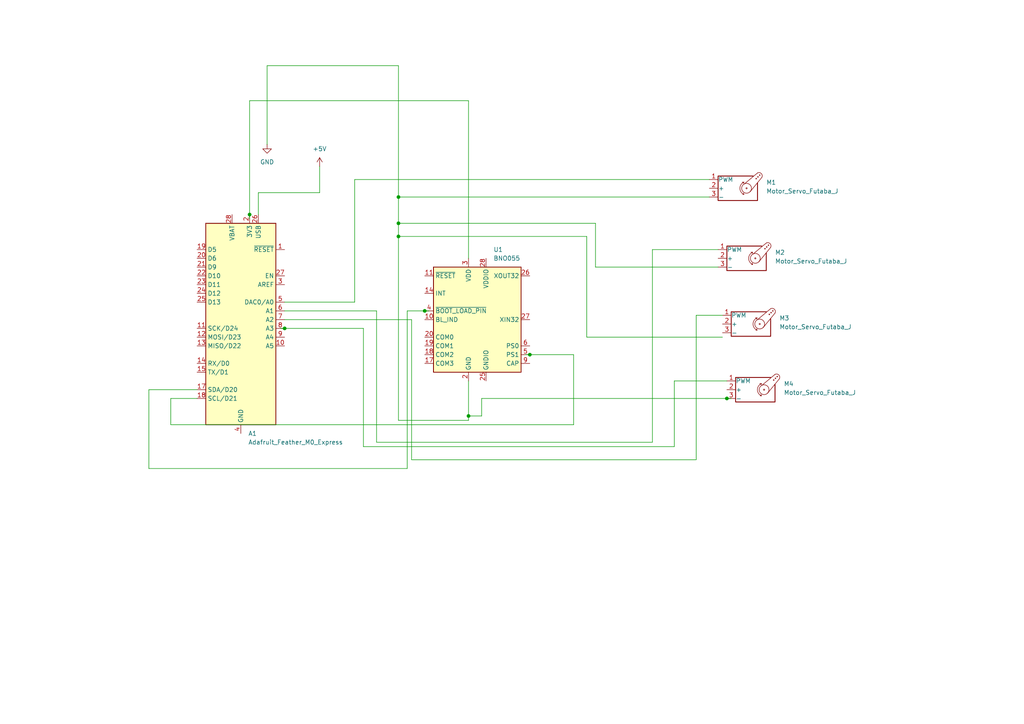
<source format=kicad_sch>
(kicad_sch
	(version 20250114)
	(generator "eeschema")
	(generator_version "9.0")
	(uuid "551bdd97-ce64-410d-b340-a94190e5a066")
	(paper "A4")
	(lib_symbols
		(symbol "MCU_Module:Adafruit_Feather_M0_Express"
			(exclude_from_sim no)
			(in_bom yes)
			(on_board yes)
			(property "Reference" "A"
				(at -10.16 29.21 0)
				(effects
					(font
						(size 1.27 1.27)
					)
					(justify left)
				)
			)
			(property "Value" "Adafruit_Feather_M0_Express"
				(at 2.54 -31.75 0)
				(effects
					(font
						(size 1.27 1.27)
					)
					(justify left)
				)
			)
			(property "Footprint" "Module:Adafruit_Feather"
				(at 2.54 -34.29 0)
				(effects
					(font
						(size 1.27 1.27)
					)
					(justify left)
					(hide yes)
				)
			)
			(property "Datasheet" "https://cdn-learn.adafruit.com/downloads/pdf/adafruit-feather-m0-express-designed-for-circuit-python-circuitpython.pdf"
				(at 0 -30.48 0)
				(effects
					(font
						(size 1.27 1.27)
					)
					(hide yes)
				)
			)
			(property "Description" "Microcontroller module with SAMD21 Cortex-M0 MCU and SPI Flash"
				(at 0 0 0)
				(effects
					(font
						(size 1.27 1.27)
					)
					(hide yes)
				)
			)
			(property "ki_keywords" "Adafruit feather microcontroller module USB SPI Flash CircuitPython"
				(at 0 0 0)
				(effects
					(font
						(size 1.27 1.27)
					)
					(hide yes)
				)
			)
			(property "ki_fp_filters" "Adafruit*Feather*"
				(at 0 0 0)
				(effects
					(font
						(size 1.27 1.27)
					)
					(hide yes)
				)
			)
			(symbol "Adafruit_Feather_M0_Express_0_1"
				(rectangle
					(start -10.16 27.94)
					(end 10.16 -30.48)
					(stroke
						(width 0.254)
						(type default)
					)
					(fill
						(type background)
					)
				)
			)
			(symbol "Adafruit_Feather_M0_Express_1_1"
				(pin bidirectional line
					(at -12.7 20.32 0)
					(length 2.54)
					(name "D5"
						(effects
							(font
								(size 1.27 1.27)
							)
						)
					)
					(number "19"
						(effects
							(font
								(size 1.27 1.27)
							)
						)
					)
				)
				(pin bidirectional line
					(at -12.7 17.78 0)
					(length 2.54)
					(name "D6"
						(effects
							(font
								(size 1.27 1.27)
							)
						)
					)
					(number "20"
						(effects
							(font
								(size 1.27 1.27)
							)
						)
					)
				)
				(pin bidirectional line
					(at -12.7 15.24 0)
					(length 2.54)
					(name "D9"
						(effects
							(font
								(size 1.27 1.27)
							)
						)
					)
					(number "21"
						(effects
							(font
								(size 1.27 1.27)
							)
						)
					)
				)
				(pin bidirectional line
					(at -12.7 12.7 0)
					(length 2.54)
					(name "D10"
						(effects
							(font
								(size 1.27 1.27)
							)
						)
					)
					(number "22"
						(effects
							(font
								(size 1.27 1.27)
							)
						)
					)
				)
				(pin bidirectional line
					(at -12.7 10.16 0)
					(length 2.54)
					(name "D11"
						(effects
							(font
								(size 1.27 1.27)
							)
						)
					)
					(number "23"
						(effects
							(font
								(size 1.27 1.27)
							)
						)
					)
				)
				(pin bidirectional line
					(at -12.7 7.62 0)
					(length 2.54)
					(name "D12"
						(effects
							(font
								(size 1.27 1.27)
							)
						)
					)
					(number "24"
						(effects
							(font
								(size 1.27 1.27)
							)
						)
					)
				)
				(pin bidirectional line
					(at -12.7 5.08 0)
					(length 2.54)
					(name "D13"
						(effects
							(font
								(size 1.27 1.27)
							)
						)
					)
					(number "25"
						(effects
							(font
								(size 1.27 1.27)
							)
						)
					)
				)
				(pin bidirectional line
					(at -12.7 -2.54 0)
					(length 2.54)
					(name "SCK/D24"
						(effects
							(font
								(size 1.27 1.27)
							)
						)
					)
					(number "11"
						(effects
							(font
								(size 1.27 1.27)
							)
						)
					)
				)
				(pin bidirectional line
					(at -12.7 -5.08 0)
					(length 2.54)
					(name "MOSI/D23"
						(effects
							(font
								(size 1.27 1.27)
							)
						)
					)
					(number "12"
						(effects
							(font
								(size 1.27 1.27)
							)
						)
					)
				)
				(pin bidirectional line
					(at -12.7 -7.62 0)
					(length 2.54)
					(name "MISO/D22"
						(effects
							(font
								(size 1.27 1.27)
							)
						)
					)
					(number "13"
						(effects
							(font
								(size 1.27 1.27)
							)
						)
					)
				)
				(pin bidirectional line
					(at -12.7 -12.7 0)
					(length 2.54)
					(name "RX/D0"
						(effects
							(font
								(size 1.27 1.27)
							)
						)
					)
					(number "14"
						(effects
							(font
								(size 1.27 1.27)
							)
						)
					)
				)
				(pin bidirectional line
					(at -12.7 -15.24 0)
					(length 2.54)
					(name "TX/D1"
						(effects
							(font
								(size 1.27 1.27)
							)
						)
					)
					(number "15"
						(effects
							(font
								(size 1.27 1.27)
							)
						)
					)
				)
				(pin bidirectional line
					(at -12.7 -20.32 0)
					(length 2.54)
					(name "SDA/D20"
						(effects
							(font
								(size 1.27 1.27)
							)
						)
					)
					(number "17"
						(effects
							(font
								(size 1.27 1.27)
							)
						)
					)
				)
				(pin bidirectional line
					(at -12.7 -22.86 0)
					(length 2.54)
					(name "SCL/D21"
						(effects
							(font
								(size 1.27 1.27)
							)
						)
					)
					(number "18"
						(effects
							(font
								(size 1.27 1.27)
							)
						)
					)
				)
				(pin power_in line
					(at -2.54 30.48 270)
					(length 2.54)
					(name "VBAT"
						(effects
							(font
								(size 1.27 1.27)
							)
						)
					)
					(number "28"
						(effects
							(font
								(size 1.27 1.27)
							)
						)
					)
				)
				(pin passive line
					(at 0 -33.02 90)
					(length 2.54)
					(hide yes)
					(name "GND"
						(effects
							(font
								(size 1.27 1.27)
							)
						)
					)
					(number "16"
						(effects
							(font
								(size 1.27 1.27)
							)
						)
					)
				)
				(pin power_in line
					(at 0 -33.02 90)
					(length 2.54)
					(name "GND"
						(effects
							(font
								(size 1.27 1.27)
							)
						)
					)
					(number "4"
						(effects
							(font
								(size 1.27 1.27)
							)
						)
					)
				)
				(pin power_in line
					(at 2.54 30.48 270)
					(length 2.54)
					(name "3V3"
						(effects
							(font
								(size 1.27 1.27)
							)
						)
					)
					(number "2"
						(effects
							(font
								(size 1.27 1.27)
							)
						)
					)
				)
				(pin power_in line
					(at 5.08 30.48 270)
					(length 2.54)
					(name "USB"
						(effects
							(font
								(size 1.27 1.27)
							)
						)
					)
					(number "26"
						(effects
							(font
								(size 1.27 1.27)
							)
						)
					)
				)
				(pin input line
					(at 12.7 20.32 180)
					(length 2.54)
					(name "~{RESET}"
						(effects
							(font
								(size 1.27 1.27)
							)
						)
					)
					(number "1"
						(effects
							(font
								(size 1.27 1.27)
							)
						)
					)
				)
				(pin input line
					(at 12.7 12.7 180)
					(length 2.54)
					(name "EN"
						(effects
							(font
								(size 1.27 1.27)
							)
						)
					)
					(number "27"
						(effects
							(font
								(size 1.27 1.27)
							)
						)
					)
				)
				(pin input line
					(at 12.7 10.16 180)
					(length 2.54)
					(name "AREF"
						(effects
							(font
								(size 1.27 1.27)
							)
						)
					)
					(number "3"
						(effects
							(font
								(size 1.27 1.27)
							)
						)
					)
				)
				(pin bidirectional line
					(at 12.7 5.08 180)
					(length 2.54)
					(name "DAC0/A0"
						(effects
							(font
								(size 1.27 1.27)
							)
						)
					)
					(number "5"
						(effects
							(font
								(size 1.27 1.27)
							)
						)
					)
				)
				(pin bidirectional line
					(at 12.7 2.54 180)
					(length 2.54)
					(name "A1"
						(effects
							(font
								(size 1.27 1.27)
							)
						)
					)
					(number "6"
						(effects
							(font
								(size 1.27 1.27)
							)
						)
					)
				)
				(pin bidirectional line
					(at 12.7 0 180)
					(length 2.54)
					(name "A2"
						(effects
							(font
								(size 1.27 1.27)
							)
						)
					)
					(number "7"
						(effects
							(font
								(size 1.27 1.27)
							)
						)
					)
				)
				(pin bidirectional line
					(at 12.7 -2.54 180)
					(length 2.54)
					(name "A3"
						(effects
							(font
								(size 1.27 1.27)
							)
						)
					)
					(number "8"
						(effects
							(font
								(size 1.27 1.27)
							)
						)
					)
				)
				(pin bidirectional line
					(at 12.7 -5.08 180)
					(length 2.54)
					(name "A4"
						(effects
							(font
								(size 1.27 1.27)
							)
						)
					)
					(number "9"
						(effects
							(font
								(size 1.27 1.27)
							)
						)
					)
				)
				(pin bidirectional line
					(at 12.7 -7.62 180)
					(length 2.54)
					(name "A5"
						(effects
							(font
								(size 1.27 1.27)
							)
						)
					)
					(number "10"
						(effects
							(font
								(size 1.27 1.27)
							)
						)
					)
				)
			)
			(embedded_fonts no)
		)
		(symbol "Motor:Motor_Servo_Futaba_J"
			(pin_names
				(offset 0.0254)
			)
			(exclude_from_sim no)
			(in_bom yes)
			(on_board yes)
			(property "Reference" "M"
				(at -5.08 4.445 0)
				(effects
					(font
						(size 1.27 1.27)
					)
					(justify left)
				)
			)
			(property "Value" "Motor_Servo_Futaba_J"
				(at -5.08 -4.064 0)
				(effects
					(font
						(size 1.27 1.27)
					)
					(justify left top)
				)
			)
			(property "Footprint" ""
				(at 0 -4.826 0)
				(effects
					(font
						(size 1.27 1.27)
					)
					(hide yes)
				)
			)
			(property "Datasheet" "http://forums.parallax.com/uploads/attachments/46831/74481.png"
				(at 0 -4.826 0)
				(effects
					(font
						(size 1.27 1.27)
					)
					(hide yes)
				)
			)
			(property "Description" "Servo Motor (Futuba J-connector)"
				(at 0 0 0)
				(effects
					(font
						(size 1.27 1.27)
					)
					(hide yes)
				)
			)
			(property "ki_keywords" "Servo Motor"
				(at 0 0 0)
				(effects
					(font
						(size 1.27 1.27)
					)
					(hide yes)
				)
			)
			(property "ki_fp_filters" "PinHeader*P2.54mm*"
				(at 0 0 0)
				(effects
					(font
						(size 1.27 1.27)
					)
					(hide yes)
				)
			)
			(symbol "Motor_Servo_Futaba_J_0_1"
				(polyline
					(pts
						(xy 2.413 1.778) (xy 1.905 1.778)
					)
					(stroke
						(width 0)
						(type default)
					)
					(fill
						(type none)
					)
				)
				(polyline
					(pts
						(xy 2.413 1.778) (xy 2.286 1.397)
					)
					(stroke
						(width 0)
						(type default)
					)
					(fill
						(type none)
					)
				)
				(polyline
					(pts
						(xy 2.413 -1.778) (xy 2.032 -1.778)
					)
					(stroke
						(width 0)
						(type default)
					)
					(fill
						(type none)
					)
				)
				(polyline
					(pts
						(xy 2.413 -1.778) (xy 2.286 -1.397)
					)
					(stroke
						(width 0)
						(type default)
					)
					(fill
						(type none)
					)
				)
				(arc
					(start 2.413 -1.778)
					(mid 1.2406 0)
					(end 2.413 1.778)
					(stroke
						(width 0)
						(type default)
					)
					(fill
						(type none)
					)
				)
				(circle
					(center 3.175 0)
					(radius 0.1778)
					(stroke
						(width 0)
						(type default)
					)
					(fill
						(type none)
					)
				)
				(circle
					(center 3.175 0)
					(radius 1.4224)
					(stroke
						(width 0)
						(type default)
					)
					(fill
						(type none)
					)
				)
				(polyline
					(pts
						(xy 5.08 3.556) (xy -5.08 3.556) (xy -5.08 -3.556) (xy 6.35 -3.556) (xy 6.35 1.524)
					)
					(stroke
						(width 0.254)
						(type default)
					)
					(fill
						(type none)
					)
				)
				(circle
					(center 5.969 2.794)
					(radius 0.127)
					(stroke
						(width 0)
						(type default)
					)
					(fill
						(type none)
					)
				)
				(polyline
					(pts
						(xy 6.35 4.445) (xy 2.54 1.27)
					)
					(stroke
						(width 0)
						(type default)
					)
					(fill
						(type none)
					)
				)
				(circle
					(center 6.477 3.302)
					(radius 0.127)
					(stroke
						(width 0)
						(type default)
					)
					(fill
						(type none)
					)
				)
				(arc
					(start 6.35 4.445)
					(mid 7.4487 4.2737)
					(end 7.62 3.175)
					(stroke
						(width 0)
						(type default)
					)
					(fill
						(type none)
					)
				)
				(circle
					(center 6.985 3.81)
					(radius 0.127)
					(stroke
						(width 0)
						(type default)
					)
					(fill
						(type none)
					)
				)
				(polyline
					(pts
						(xy 7.62 3.175) (xy 4.191 -1.016)
					)
					(stroke
						(width 0)
						(type default)
					)
					(fill
						(type none)
					)
				)
			)
			(symbol "Motor_Servo_Futaba_J_1_1"
				(pin passive line
					(at -7.62 2.54 0)
					(length 2.54)
					(name "PWM"
						(effects
							(font
								(size 1.27 1.27)
							)
						)
					)
					(number "1"
						(effects
							(font
								(size 1.27 1.27)
							)
						)
					)
				)
				(pin passive line
					(at -7.62 0 0)
					(length 2.54)
					(name "+"
						(effects
							(font
								(size 1.27 1.27)
							)
						)
					)
					(number "2"
						(effects
							(font
								(size 1.27 1.27)
							)
						)
					)
				)
				(pin passive line
					(at -7.62 -2.54 0)
					(length 2.54)
					(name "-"
						(effects
							(font
								(size 1.27 1.27)
							)
						)
					)
					(number "3"
						(effects
							(font
								(size 1.27 1.27)
							)
						)
					)
				)
			)
			(embedded_fonts no)
		)
		(symbol "Sensor_Motion:BNO055"
			(exclude_from_sim no)
			(in_bom yes)
			(on_board yes)
			(property "Reference" "U"
				(at -11.43 16.51 0)
				(effects
					(font
						(size 1.27 1.27)
					)
					(justify right)
				)
			)
			(property "Value" "BNO055"
				(at 12.7 16.51 0)
				(effects
					(font
						(size 1.27 1.27)
					)
					(justify right)
				)
			)
			(property "Footprint" "Package_LGA:LGA-28_5.2x3.8mm_P0.5mm"
				(at 6.35 -16.51 0)
				(effects
					(font
						(size 1.27 1.27)
					)
					(justify left)
					(hide yes)
				)
			)
			(property "Datasheet" "https://www.bosch-sensortec.com/media/boschsensortec/downloads/datasheets/bst-bno055-ds000.pdf"
				(at 0 5.08 0)
				(effects
					(font
						(size 1.27 1.27)
					)
					(hide yes)
				)
			)
			(property "Description" "Intelligent 9-axis absolute orientation sensor, LGA-28"
				(at 0 0 0)
				(effects
					(font
						(size 1.27 1.27)
					)
					(hide yes)
				)
			)
			(property "ki_keywords" "IMU Fusion I2C UART"
				(at 0 0 0)
				(effects
					(font
						(size 1.27 1.27)
					)
					(hide yes)
				)
			)
			(property "ki_fp_filters" "LGA*5.2x3.8mm*P0.5mm*"
				(at 0 0 0)
				(effects
					(font
						(size 1.27 1.27)
					)
					(hide yes)
				)
			)
			(symbol "BNO055_0_1"
				(rectangle
					(start -12.7 15.24)
					(end 12.7 -15.24)
					(stroke
						(width 0.254)
						(type default)
					)
					(fill
						(type background)
					)
				)
			)
			(symbol "BNO055_1_1"
				(pin input line
					(at -15.24 12.7 0)
					(length 2.54)
					(name "~{RESET}"
						(effects
							(font
								(size 1.27 1.27)
							)
						)
					)
					(number "11"
						(effects
							(font
								(size 1.27 1.27)
							)
						)
					)
				)
				(pin output line
					(at -15.24 7.62 0)
					(length 2.54)
					(name "INT"
						(effects
							(font
								(size 1.27 1.27)
							)
						)
					)
					(number "14"
						(effects
							(font
								(size 1.27 1.27)
							)
						)
					)
				)
				(pin input line
					(at -15.24 2.54 0)
					(length 2.54)
					(name "~{BOOT_LOAD_PIN}"
						(effects
							(font
								(size 1.27 1.27)
							)
						)
					)
					(number "4"
						(effects
							(font
								(size 1.27 1.27)
							)
						)
					)
				)
				(pin output line
					(at -15.24 0 0)
					(length 2.54)
					(name "BL_IND"
						(effects
							(font
								(size 1.27 1.27)
							)
						)
					)
					(number "10"
						(effects
							(font
								(size 1.27 1.27)
							)
						)
					)
				)
				(pin bidirectional line
					(at -15.24 -5.08 0)
					(length 2.54)
					(name "COM0"
						(effects
							(font
								(size 1.27 1.27)
							)
						)
					)
					(number "20"
						(effects
							(font
								(size 1.27 1.27)
							)
						)
					)
				)
				(pin bidirectional line
					(at -15.24 -7.62 0)
					(length 2.54)
					(name "COM1"
						(effects
							(font
								(size 1.27 1.27)
							)
						)
					)
					(number "19"
						(effects
							(font
								(size 1.27 1.27)
							)
						)
					)
				)
				(pin passive line
					(at -15.24 -10.16 0)
					(length 2.54)
					(name "COM2"
						(effects
							(font
								(size 1.27 1.27)
							)
						)
					)
					(number "18"
						(effects
							(font
								(size 1.27 1.27)
							)
						)
					)
				)
				(pin input line
					(at -15.24 -12.7 0)
					(length 2.54)
					(name "COM3"
						(effects
							(font
								(size 1.27 1.27)
							)
						)
					)
					(number "17"
						(effects
							(font
								(size 1.27 1.27)
							)
						)
					)
				)
				(pin no_connect line
					(at -12.7 10.16 0)
					(length 2.54)
					(hide yes)
					(name "PIN1"
						(effects
							(font
								(size 1.27 1.27)
							)
						)
					)
					(number "1"
						(effects
							(font
								(size 1.27 1.27)
							)
						)
					)
				)
				(pin no_connect line
					(at -12.7 5.08 0)
					(length 2.54)
					(hide yes)
					(name "PIN7"
						(effects
							(font
								(size 1.27 1.27)
							)
						)
					)
					(number "7"
						(effects
							(font
								(size 1.27 1.27)
							)
						)
					)
				)
				(pin no_connect line
					(at -12.7 -2.54 0)
					(length 2.54)
					(hide yes)
					(name "PIN8"
						(effects
							(font
								(size 1.27 1.27)
							)
						)
					)
					(number "8"
						(effects
							(font
								(size 1.27 1.27)
							)
						)
					)
				)
				(pin power_in line
					(at -2.54 17.78 270)
					(length 2.54)
					(name "VDD"
						(effects
							(font
								(size 1.27 1.27)
							)
						)
					)
					(number "3"
						(effects
							(font
								(size 1.27 1.27)
							)
						)
					)
				)
				(pin power_in line
					(at -2.54 -17.78 90)
					(length 2.54)
					(name "GND"
						(effects
							(font
								(size 1.27 1.27)
							)
						)
					)
					(number "2"
						(effects
							(font
								(size 1.27 1.27)
							)
						)
					)
				)
				(pin power_in line
					(at 2.54 17.78 270)
					(length 2.54)
					(name "VDDIO"
						(effects
							(font
								(size 1.27 1.27)
							)
						)
					)
					(number "28"
						(effects
							(font
								(size 1.27 1.27)
							)
						)
					)
				)
				(pin power_in line
					(at 2.54 -17.78 90)
					(length 2.54)
					(name "GNDIO"
						(effects
							(font
								(size 1.27 1.27)
							)
						)
					)
					(number "25"
						(effects
							(font
								(size 1.27 1.27)
							)
						)
					)
				)
				(pin no_connect line
					(at 5.08 -15.24 90)
					(length 2.54)
					(hide yes)
					(name "PIN15"
						(effects
							(font
								(size 1.27 1.27)
							)
						)
					)
					(number "15"
						(effects
							(font
								(size 1.27 1.27)
							)
						)
					)
				)
				(pin no_connect line
					(at 7.62 -15.24 90)
					(length 2.54)
					(hide yes)
					(name "PIN16"
						(effects
							(font
								(size 1.27 1.27)
							)
						)
					)
					(number "16"
						(effects
							(font
								(size 1.27 1.27)
							)
						)
					)
				)
				(pin no_connect line
					(at 12.7 10.16 180)
					(length 2.54)
					(hide yes)
					(name "PIN12"
						(effects
							(font
								(size 1.27 1.27)
							)
						)
					)
					(number "12"
						(effects
							(font
								(size 1.27 1.27)
							)
						)
					)
				)
				(pin no_connect line
					(at 12.7 7.62 180)
					(length 2.54)
					(hide yes)
					(name "PIN13"
						(effects
							(font
								(size 1.27 1.27)
							)
						)
					)
					(number "13"
						(effects
							(font
								(size 1.27 1.27)
							)
						)
					)
				)
				(pin no_connect line
					(at 12.7 5.08 180)
					(length 2.54)
					(hide yes)
					(name "PIN21"
						(effects
							(font
								(size 1.27 1.27)
							)
						)
					)
					(number "21"
						(effects
							(font
								(size 1.27 1.27)
							)
						)
					)
				)
				(pin no_connect line
					(at 12.7 2.54 180)
					(length 2.54)
					(hide yes)
					(name "PIN22"
						(effects
							(font
								(size 1.27 1.27)
							)
						)
					)
					(number "22"
						(effects
							(font
								(size 1.27 1.27)
							)
						)
					)
				)
				(pin no_connect line
					(at 12.7 -2.54 180)
					(length 2.54)
					(hide yes)
					(name "PIN23"
						(effects
							(font
								(size 1.27 1.27)
							)
						)
					)
					(number "23"
						(effects
							(font
								(size 1.27 1.27)
							)
						)
					)
				)
				(pin no_connect line
					(at 12.7 -5.08 180)
					(length 2.54)
					(hide yes)
					(name "PIN24"
						(effects
							(font
								(size 1.27 1.27)
							)
						)
					)
					(number "24"
						(effects
							(font
								(size 1.27 1.27)
							)
						)
					)
				)
				(pin output line
					(at 15.24 12.7 180)
					(length 2.54)
					(name "XOUT32"
						(effects
							(font
								(size 1.27 1.27)
							)
						)
					)
					(number "26"
						(effects
							(font
								(size 1.27 1.27)
							)
						)
					)
				)
				(pin input line
					(at 15.24 0 180)
					(length 2.54)
					(name "XIN32"
						(effects
							(font
								(size 1.27 1.27)
							)
						)
					)
					(number "27"
						(effects
							(font
								(size 1.27 1.27)
							)
						)
					)
				)
				(pin input line
					(at 15.24 -7.62 180)
					(length 2.54)
					(name "PS0"
						(effects
							(font
								(size 1.27 1.27)
							)
						)
					)
					(number "6"
						(effects
							(font
								(size 1.27 1.27)
							)
						)
					)
				)
				(pin input line
					(at 15.24 -10.16 180)
					(length 2.54)
					(name "PS1"
						(effects
							(font
								(size 1.27 1.27)
							)
						)
					)
					(number "5"
						(effects
							(font
								(size 1.27 1.27)
							)
						)
					)
				)
				(pin passive line
					(at 15.24 -12.7 180)
					(length 2.54)
					(name "CAP"
						(effects
							(font
								(size 1.27 1.27)
							)
						)
					)
					(number "9"
						(effects
							(font
								(size 1.27 1.27)
							)
						)
					)
				)
			)
			(embedded_fonts no)
		)
		(symbol "power:+5V"
			(power)
			(pin_numbers
				(hide yes)
			)
			(pin_names
				(offset 0)
				(hide yes)
			)
			(exclude_from_sim no)
			(in_bom yes)
			(on_board yes)
			(property "Reference" "#PWR"
				(at 0 -3.81 0)
				(effects
					(font
						(size 1.27 1.27)
					)
					(hide yes)
				)
			)
			(property "Value" "+5V"
				(at 0 3.556 0)
				(effects
					(font
						(size 1.27 1.27)
					)
				)
			)
			(property "Footprint" ""
				(at 0 0 0)
				(effects
					(font
						(size 1.27 1.27)
					)
					(hide yes)
				)
			)
			(property "Datasheet" ""
				(at 0 0 0)
				(effects
					(font
						(size 1.27 1.27)
					)
					(hide yes)
				)
			)
			(property "Description" "Power symbol creates a global label with name \"+5V\""
				(at 0 0 0)
				(effects
					(font
						(size 1.27 1.27)
					)
					(hide yes)
				)
			)
			(property "ki_keywords" "global power"
				(at 0 0 0)
				(effects
					(font
						(size 1.27 1.27)
					)
					(hide yes)
				)
			)
			(symbol "+5V_0_1"
				(polyline
					(pts
						(xy -0.762 1.27) (xy 0 2.54)
					)
					(stroke
						(width 0)
						(type default)
					)
					(fill
						(type none)
					)
				)
				(polyline
					(pts
						(xy 0 2.54) (xy 0.762 1.27)
					)
					(stroke
						(width 0)
						(type default)
					)
					(fill
						(type none)
					)
				)
				(polyline
					(pts
						(xy 0 0) (xy 0 2.54)
					)
					(stroke
						(width 0)
						(type default)
					)
					(fill
						(type none)
					)
				)
			)
			(symbol "+5V_1_1"
				(pin power_in line
					(at 0 0 90)
					(length 0)
					(name "~"
						(effects
							(font
								(size 1.27 1.27)
							)
						)
					)
					(number "1"
						(effects
							(font
								(size 1.27 1.27)
							)
						)
					)
				)
			)
			(embedded_fonts no)
		)
		(symbol "power:GND"
			(power)
			(pin_numbers
				(hide yes)
			)
			(pin_names
				(offset 0)
				(hide yes)
			)
			(exclude_from_sim no)
			(in_bom yes)
			(on_board yes)
			(property "Reference" "#PWR"
				(at 0 -6.35 0)
				(effects
					(font
						(size 1.27 1.27)
					)
					(hide yes)
				)
			)
			(property "Value" "GND"
				(at 0 -3.81 0)
				(effects
					(font
						(size 1.27 1.27)
					)
				)
			)
			(property "Footprint" ""
				(at 0 0 0)
				(effects
					(font
						(size 1.27 1.27)
					)
					(hide yes)
				)
			)
			(property "Datasheet" ""
				(at 0 0 0)
				(effects
					(font
						(size 1.27 1.27)
					)
					(hide yes)
				)
			)
			(property "Description" "Power symbol creates a global label with name \"GND\" , ground"
				(at 0 0 0)
				(effects
					(font
						(size 1.27 1.27)
					)
					(hide yes)
				)
			)
			(property "ki_keywords" "global power"
				(at 0 0 0)
				(effects
					(font
						(size 1.27 1.27)
					)
					(hide yes)
				)
			)
			(symbol "GND_0_1"
				(polyline
					(pts
						(xy 0 0) (xy 0 -1.27) (xy 1.27 -1.27) (xy 0 -2.54) (xy -1.27 -1.27) (xy 0 -1.27)
					)
					(stroke
						(width 0)
						(type default)
					)
					(fill
						(type none)
					)
				)
			)
			(symbol "GND_1_1"
				(pin power_in line
					(at 0 0 270)
					(length 0)
					(name "~"
						(effects
							(font
								(size 1.27 1.27)
							)
						)
					)
					(number "1"
						(effects
							(font
								(size 1.27 1.27)
							)
						)
					)
				)
			)
			(embedded_fonts no)
		)
	)
	(junction
		(at 115.57 64.77)
		(diameter 0)
		(color 0 0 0 0)
		(uuid "3739a622-92b4-4aeb-8ca2-34aef80c8e6b")
	)
	(junction
		(at 82.55 95.25)
		(diameter 0)
		(color 0 0 0 0)
		(uuid "3c7e30e4-d77d-4f71-b1a0-d0831478eb40")
	)
	(junction
		(at 153.67 102.87)
		(diameter 0)
		(color 0 0 0 0)
		(uuid "88cc6ef3-6f41-44c1-9816-1c81ee7beeab")
	)
	(junction
		(at 72.39 62.23)
		(diameter 0)
		(color 0 0 0 0)
		(uuid "960ca72d-d1db-49cd-9da7-a614314483d4")
	)
	(junction
		(at 123.19 90.17)
		(diameter 0)
		(color 0 0 0 0)
		(uuid "ace2515a-35a6-4ce1-b0f3-163d6a25dcc5")
	)
	(junction
		(at 135.89 120.65)
		(diameter 0)
		(color 0 0 0 0)
		(uuid "ad5a0221-d1e8-41ce-ba0c-850eff269364")
	)
	(junction
		(at 210.82 115.57)
		(diameter 0)
		(color 0 0 0 0)
		(uuid "cf2eaef9-2b75-440e-9f20-1596bd6b2020")
	)
	(junction
		(at 115.57 57.15)
		(diameter 0)
		(color 0 0 0 0)
		(uuid "dffce8d5-0090-4702-a077-07f62c8f9023")
	)
	(junction
		(at 115.57 68.58)
		(diameter 0)
		(color 0 0 0 0)
		(uuid "f69218c3-f7de-463d-9992-0ac0fa91e6b6")
	)
	(wire
		(pts
			(xy 201.93 133.35) (xy 201.93 91.44)
		)
		(stroke
			(width 0)
			(type default)
		)
		(uuid "00a37084-0a1d-4a79-b71e-ceb1d656c390")
	)
	(wire
		(pts
			(xy 139.7 120.65) (xy 135.89 120.65)
		)
		(stroke
			(width 0)
			(type default)
		)
		(uuid "0177f04a-824a-44cf-a647-7015a4fa7354")
	)
	(wire
		(pts
			(xy 43.18 135.89) (xy 118.11 135.89)
		)
		(stroke
			(width 0)
			(type default)
		)
		(uuid "03511c9d-b5b0-4c5c-98e1-aefbad81e00b")
	)
	(wire
		(pts
			(xy 102.87 87.63) (xy 102.87 52.07)
		)
		(stroke
			(width 0)
			(type default)
		)
		(uuid "05a8a84b-bf85-415f-ab58-79d315d1ac82")
	)
	(wire
		(pts
			(xy 102.87 52.07) (xy 205.74 52.07)
		)
		(stroke
			(width 0)
			(type default)
		)
		(uuid "09cf4559-3035-44ca-948b-15543d69de06")
	)
	(wire
		(pts
			(xy 92.71 55.88) (xy 74.93 55.88)
		)
		(stroke
			(width 0)
			(type default)
		)
		(uuid "0b92e6d8-18fc-44f9-bdfb-87ba101e49e7")
	)
	(wire
		(pts
			(xy 135.89 74.93) (xy 135.89 29.21)
		)
		(stroke
			(width 0)
			(type default)
		)
		(uuid "0c92f1d4-f2b8-43b3-937b-7d64812873ac")
	)
	(wire
		(pts
			(xy 49.53 123.19) (xy 166.37 123.19)
		)
		(stroke
			(width 0)
			(type default)
		)
		(uuid "10cd7d27-7ef1-4ce9-94e0-8b90b67c9dff")
	)
	(wire
		(pts
			(xy 77.47 41.91) (xy 77.47 19.05)
		)
		(stroke
			(width 0)
			(type default)
		)
		(uuid "13969ac0-e160-4934-b571-5ae035a71d09")
	)
	(wire
		(pts
			(xy 118.11 90.17) (xy 123.19 90.17)
		)
		(stroke
			(width 0)
			(type default)
		)
		(uuid "18c237c4-3c5a-45b9-898c-07021bc5f39b")
	)
	(wire
		(pts
			(xy 105.41 129.54) (xy 195.58 129.54)
		)
		(stroke
			(width 0)
			(type default)
		)
		(uuid "1b5782f4-22e8-4c20-9faf-b786862d60a8")
	)
	(wire
		(pts
			(xy 115.57 57.15) (xy 115.57 64.77)
		)
		(stroke
			(width 0)
			(type default)
		)
		(uuid "1d3beaef-b525-4c69-b9b1-96352485836a")
	)
	(wire
		(pts
			(xy 115.57 57.15) (xy 205.74 57.15)
		)
		(stroke
			(width 0)
			(type default)
		)
		(uuid "1e1eb20c-70f4-4fce-921f-8d26735b9277")
	)
	(wire
		(pts
			(xy 115.57 68.58) (xy 115.57 121.92)
		)
		(stroke
			(width 0)
			(type default)
		)
		(uuid "2124f2a5-e949-4d82-b26e-6a8dfa02d522")
	)
	(wire
		(pts
			(xy 135.89 120.65) (xy 135.89 110.49)
		)
		(stroke
			(width 0)
			(type default)
		)
		(uuid "2412cf98-1f67-40a1-bcf8-1a11b8a7f592")
	)
	(wire
		(pts
			(xy 115.57 121.92) (xy 135.89 121.92)
		)
		(stroke
			(width 0)
			(type default)
		)
		(uuid "29cd920c-1e22-4571-9414-f5341a1dd56c")
	)
	(wire
		(pts
			(xy 77.47 19.05) (xy 115.57 19.05)
		)
		(stroke
			(width 0)
			(type default)
		)
		(uuid "2eb6de57-ad26-44e8-88fd-5ff9f2511608")
	)
	(wire
		(pts
			(xy 119.38 92.71) (xy 119.38 133.35)
		)
		(stroke
			(width 0)
			(type default)
		)
		(uuid "2f12a653-7c32-415f-907a-8586ada253b6")
	)
	(wire
		(pts
			(xy 189.23 72.39) (xy 208.28 72.39)
		)
		(stroke
			(width 0)
			(type default)
		)
		(uuid "3689f580-d62f-45ed-9675-0ec9c4661319")
	)
	(wire
		(pts
			(xy 170.18 68.58) (xy 115.57 68.58)
		)
		(stroke
			(width 0)
			(type default)
		)
		(uuid "3f0cf6c3-5bb2-4c3a-a7d3-7889fc1000b4")
	)
	(wire
		(pts
			(xy 201.93 91.44) (xy 209.55 91.44)
		)
		(stroke
			(width 0)
			(type default)
		)
		(uuid "4128406e-6cae-4c1a-906a-8fcffa52e9cf")
	)
	(wire
		(pts
			(xy 172.72 64.77) (xy 115.57 64.77)
		)
		(stroke
			(width 0)
			(type default)
		)
		(uuid "44d5848e-21a1-4461-b0a6-e3a3c347503b")
	)
	(wire
		(pts
			(xy 74.93 55.88) (xy 74.93 62.23)
		)
		(stroke
			(width 0)
			(type default)
		)
		(uuid "4e5fa317-6a25-47be-b424-d2f4571bf9c7")
	)
	(wire
		(pts
			(xy 115.57 64.77) (xy 115.57 68.58)
		)
		(stroke
			(width 0)
			(type default)
		)
		(uuid "4f2eb0aa-880b-4347-85da-36325032b21c")
	)
	(wire
		(pts
			(xy 49.53 115.57) (xy 49.53 123.19)
		)
		(stroke
			(width 0)
			(type default)
		)
		(uuid "523ef8ef-defe-4f20-a1fe-5693503bfb43")
	)
	(wire
		(pts
			(xy 172.72 77.47) (xy 172.72 64.77)
		)
		(stroke
			(width 0)
			(type default)
		)
		(uuid "56476cfa-f9d4-46af-b9f7-74a28785e4d7")
	)
	(wire
		(pts
			(xy 210.82 115.57) (xy 139.7 115.57)
		)
		(stroke
			(width 0)
			(type default)
		)
		(uuid "5997a539-a77c-4d18-8bd7-1973cc24a7b6")
	)
	(wire
		(pts
			(xy 81.28 95.25) (xy 82.55 95.25)
		)
		(stroke
			(width 0)
			(type default)
		)
		(uuid "5b986ab1-7353-47e0-bf9c-86845d4b1974")
	)
	(wire
		(pts
			(xy 72.39 29.21) (xy 72.39 62.23)
		)
		(stroke
			(width 0)
			(type default)
		)
		(uuid "5d8a2e1c-37b0-4b5b-a0e1-208863264f4d")
	)
	(wire
		(pts
			(xy 139.7 115.57) (xy 139.7 120.65)
		)
		(stroke
			(width 0)
			(type default)
		)
		(uuid "5e21c16f-770f-4030-9416-e15b7fffb529")
	)
	(wire
		(pts
			(xy 123.19 90.17) (xy 124.46 90.17)
		)
		(stroke
			(width 0)
			(type default)
		)
		(uuid "5ff9d4b8-1f72-407a-8876-55ce7d901eb8")
	)
	(wire
		(pts
			(xy 195.58 129.54) (xy 195.58 110.49)
		)
		(stroke
			(width 0)
			(type default)
		)
		(uuid "66803ebd-2b2f-4153-b42e-14697af324c3")
	)
	(wire
		(pts
			(xy 152.4 102.87) (xy 153.67 102.87)
		)
		(stroke
			(width 0)
			(type default)
		)
		(uuid "677a2ec1-910e-443e-b96f-e1b812fe5122")
	)
	(wire
		(pts
			(xy 72.39 62.23) (xy 72.39 63.5)
		)
		(stroke
			(width 0)
			(type default)
		)
		(uuid "688cf201-5d0f-417e-b5de-3161c8ce4f50")
	)
	(wire
		(pts
			(xy 57.15 115.57) (xy 49.53 115.57)
		)
		(stroke
			(width 0)
			(type default)
		)
		(uuid "69c92665-f223-492e-9f58-9e0b3089bd71")
	)
	(wire
		(pts
			(xy 92.71 48.26) (xy 92.71 55.88)
		)
		(stroke
			(width 0)
			(type default)
		)
		(uuid "6c54a7c4-6dce-4dc5-b42e-4a01a8725da4")
	)
	(wire
		(pts
			(xy 115.57 19.05) (xy 115.57 57.15)
		)
		(stroke
			(width 0)
			(type default)
		)
		(uuid "6e685c94-0361-4f89-9167-b41c0c0a4964")
	)
	(wire
		(pts
			(xy 195.58 110.49) (xy 210.82 110.49)
		)
		(stroke
			(width 0)
			(type default)
		)
		(uuid "7275f591-ba26-4d46-9449-8a735dd77ad1")
	)
	(wire
		(pts
			(xy 170.18 97.79) (xy 170.18 68.58)
		)
		(stroke
			(width 0)
			(type default)
		)
		(uuid "7c305b71-ad3d-4659-a3a0-433de405e6d1")
	)
	(wire
		(pts
			(xy 153.67 102.87) (xy 166.37 102.87)
		)
		(stroke
			(width 0)
			(type default)
		)
		(uuid "7c76e168-e42b-46a5-bef9-acdce4fe78e1")
	)
	(wire
		(pts
			(xy 119.38 133.35) (xy 201.93 133.35)
		)
		(stroke
			(width 0)
			(type default)
		)
		(uuid "8529bfeb-9f96-4c2c-a9c7-0aba9474876a")
	)
	(wire
		(pts
			(xy 209.55 97.79) (xy 170.18 97.79)
		)
		(stroke
			(width 0)
			(type default)
		)
		(uuid "89c2dac7-7ac6-415f-97ae-97bc2a187c95")
	)
	(wire
		(pts
			(xy 166.37 123.19) (xy 166.37 102.87)
		)
		(stroke
			(width 0)
			(type default)
		)
		(uuid "8b774608-5383-40c9-8cff-ed728eaaad61")
	)
	(wire
		(pts
			(xy 109.22 90.17) (xy 109.22 128.27)
		)
		(stroke
			(width 0)
			(type default)
		)
		(uuid "965b7dee-0210-4594-a3a7-1fe09494b84f")
	)
	(wire
		(pts
			(xy 105.41 95.25) (xy 105.41 129.54)
		)
		(stroke
			(width 0)
			(type default)
		)
		(uuid "9cd56070-4c65-470d-8078-4fdb0622be8c")
	)
	(wire
		(pts
			(xy 189.23 128.27) (xy 189.23 72.39)
		)
		(stroke
			(width 0)
			(type default)
		)
		(uuid "9dc9539a-14fc-46c0-8622-791e4d98b8de")
	)
	(wire
		(pts
			(xy 82.55 90.17) (xy 109.22 90.17)
		)
		(stroke
			(width 0)
			(type default)
		)
		(uuid "9ecbc82b-9644-44e0-9122-a27357474597")
	)
	(wire
		(pts
			(xy 118.11 135.89) (xy 118.11 90.17)
		)
		(stroke
			(width 0)
			(type default)
		)
		(uuid "a31f7dc3-94d5-497b-85e6-e069c676d4ab")
	)
	(wire
		(pts
			(xy 212.09 115.57) (xy 210.82 115.57)
		)
		(stroke
			(width 0)
			(type default)
		)
		(uuid "a65c63cd-008a-4447-a211-e620f9ed28a5")
	)
	(wire
		(pts
			(xy 82.55 87.63) (xy 102.87 87.63)
		)
		(stroke
			(width 0)
			(type default)
		)
		(uuid "af859240-edc6-48b0-876b-1d35f0007edc")
	)
	(wire
		(pts
			(xy 82.55 95.25) (xy 105.41 95.25)
		)
		(stroke
			(width 0)
			(type default)
		)
		(uuid "b932d82b-2569-490e-a945-af4b33246ce6")
	)
	(wire
		(pts
			(xy 135.89 29.21) (xy 72.39 29.21)
		)
		(stroke
			(width 0)
			(type default)
		)
		(uuid "c2bd2745-ff8d-4683-a8be-bb2cc5eaf492")
	)
	(wire
		(pts
			(xy 43.18 113.03) (xy 43.18 135.89)
		)
		(stroke
			(width 0)
			(type default)
		)
		(uuid "c5726405-0a8b-4c4b-840d-728203fba9a4")
	)
	(wire
		(pts
			(xy 82.55 92.71) (xy 119.38 92.71)
		)
		(stroke
			(width 0)
			(type default)
		)
		(uuid "c75e642e-4ac9-4a79-bac6-c08b5d0ccfb8")
	)
	(wire
		(pts
			(xy 135.89 121.92) (xy 135.89 120.65)
		)
		(stroke
			(width 0)
			(type default)
		)
		(uuid "c892dcef-4336-4adc-a02f-8027763a86e9")
	)
	(wire
		(pts
			(xy 57.15 113.03) (xy 43.18 113.03)
		)
		(stroke
			(width 0)
			(type default)
		)
		(uuid "df537c9d-f80d-4ca5-ae22-f6e20814ce4d")
	)
	(wire
		(pts
			(xy 208.28 77.47) (xy 172.72 77.47)
		)
		(stroke
			(width 0)
			(type default)
		)
		(uuid "e2607286-f8b2-4f1b-a3aa-c1cfb2691095")
	)
	(wire
		(pts
			(xy 109.22 128.27) (xy 189.23 128.27)
		)
		(stroke
			(width 0)
			(type default)
		)
		(uuid "e4d38fb8-b5bb-426a-81ae-c8c5d38750e8")
	)
	(symbol
		(lib_id "Motor:Motor_Servo_Futaba_J")
		(at 215.9 74.93 0)
		(unit 1)
		(exclude_from_sim no)
		(in_bom yes)
		(on_board yes)
		(dnp no)
		(fields_autoplaced yes)
		(uuid "15db97c1-20ac-40d7-8d8e-718764f3e68d")
		(property "Reference" "M2"
			(at 224.79 73.2268 0)
			(effects
				(font
					(size 1.27 1.27)
				)
				(justify left)
			)
		)
		(property "Value" "Motor_Servo_Futaba_J"
			(at 224.79 75.7668 0)
			(effects
				(font
					(size 1.27 1.27)
				)
				(justify left)
			)
		)
		(property "Footprint" ""
			(at 215.9 79.756 0)
			(effects
				(font
					(size 1.27 1.27)
				)
				(hide yes)
			)
		)
		(property "Datasheet" "http://forums.parallax.com/uploads/attachments/46831/74481.png"
			(at 215.9 79.756 0)
			(effects
				(font
					(size 1.27 1.27)
				)
				(hide yes)
			)
		)
		(property "Description" "Servo Motor (Futuba J-connector)"
			(at 215.9 74.93 0)
			(effects
				(font
					(size 1.27 1.27)
				)
				(hide yes)
			)
		)
		(pin "2"
			(uuid "386ab74a-ee11-4e77-8157-a20da0074880")
		)
		(pin "1"
			(uuid "0763dba4-5ca0-443e-aa2c-3e7b8703047b")
		)
		(pin "3"
			(uuid "2fbfcf3b-1148-40ba-94f1-169b4d84ebd2")
		)
		(instances
			(project "2nd quad"
				(path "/551bdd97-ce64-410d-b340-a94190e5a066"
					(reference "M2")
					(unit 1)
				)
			)
		)
	)
	(symbol
		(lib_id "MCU_Module:Adafruit_Feather_M0_Express")
		(at 69.85 92.71 0)
		(unit 1)
		(exclude_from_sim no)
		(in_bom yes)
		(on_board yes)
		(dnp no)
		(fields_autoplaced yes)
		(uuid "2879ef1e-f82f-4418-9369-fdfe28a7809f")
		(property "Reference" "A1"
			(at 71.9933 125.73 0)
			(effects
				(font
					(size 1.27 1.27)
				)
				(justify left)
			)
		)
		(property "Value" "Adafruit_Feather_M0_Express"
			(at 71.9933 128.27 0)
			(effects
				(font
					(size 1.27 1.27)
				)
				(justify left)
			)
		)
		(property "Footprint" "Module:Adafruit_Feather"
			(at 72.39 127 0)
			(effects
				(font
					(size 1.27 1.27)
				)
				(justify left)
				(hide yes)
			)
		)
		(property "Datasheet" "https://cdn-learn.adafruit.com/downloads/pdf/adafruit-feather-m0-express-designed-for-circuit-python-circuitpython.pdf"
			(at 69.85 123.19 0)
			(effects
				(font
					(size 1.27 1.27)
				)
				(hide yes)
			)
		)
		(property "Description" "Microcontroller module with SAMD21 Cortex-M0 MCU and SPI Flash"
			(at 69.85 92.71 0)
			(effects
				(font
					(size 1.27 1.27)
				)
				(hide yes)
			)
		)
		(pin "14"
			(uuid "bd99cf98-e265-4fdf-b5dd-1d541f5f8d17")
		)
		(pin "23"
			(uuid "18d7cd9a-f97a-49fd-af74-2b1c75e6bd08")
		)
		(pin "20"
			(uuid "ecec2b11-760f-4fd0-bc46-95107add90c7")
		)
		(pin "19"
			(uuid "d5e91329-0eed-4f32-adf3-e19497bd515d")
		)
		(pin "12"
			(uuid "4fd1e897-955d-4fc7-a598-44d3a8e3038c")
		)
		(pin "3"
			(uuid "dcbc869f-5113-4b50-8574-a15db682ccaa")
		)
		(pin "9"
			(uuid "27b84cd3-eaa7-4bc0-a4b5-f931531a3cac")
		)
		(pin "17"
			(uuid "b2ea2e4a-a64a-41aa-b715-59dccc82db33")
		)
		(pin "21"
			(uuid "575b1aff-0269-489f-99cb-70596517a6b9")
		)
		(pin "8"
			(uuid "027023bb-007c-4d89-bc9e-a8be6c8a0f72")
		)
		(pin "16"
			(uuid "46345195-8326-42e8-9df8-37ef69a7fbc2")
		)
		(pin "25"
			(uuid "fdba0a61-1556-4409-b47e-77875d454d0e")
		)
		(pin "18"
			(uuid "c649f498-0a77-4068-a663-b109d12d8031")
		)
		(pin "7"
			(uuid "9d96e317-16df-4d55-878f-64e42533c732")
		)
		(pin "10"
			(uuid "92a141df-7492-4b42-8920-153d74846080")
		)
		(pin "13"
			(uuid "36d1d0e1-5cc6-411f-8bc1-5c670d40f799")
		)
		(pin "5"
			(uuid "2505f666-9b9d-4e23-81b7-5985f90c0dec")
		)
		(pin "24"
			(uuid "7bd13855-496a-4778-a66d-947f1311061f")
		)
		(pin "15"
			(uuid "a99d16bd-f7fe-45d4-8e0d-a987bed02567")
		)
		(pin "22"
			(uuid "c01bd2a9-97e0-417b-8e29-eb211ae07332")
		)
		(pin "27"
			(uuid "fa1b46ac-dbf8-47a4-8f39-5b9e4043cf93")
		)
		(pin "11"
			(uuid "24b09c74-ce32-47a5-a507-afe73792d63a")
		)
		(pin "28"
			(uuid "dec259e2-ebad-44ef-b0c1-495ba3197a58")
		)
		(pin "4"
			(uuid "291b07bc-c4a8-404f-ad03-aac4504296a3")
		)
		(pin "26"
			(uuid "bfcfa20b-b71a-4230-8e23-99460bb0cb4a")
		)
		(pin "2"
			(uuid "16e471fe-5b00-47af-a53e-960f3a83e5ff")
		)
		(pin "1"
			(uuid "1aa4f110-e091-4b2f-88ab-6361fd3fbbcb")
		)
		(pin "6"
			(uuid "ccc62d7f-9869-4013-8034-ddf6f35c9663")
		)
		(instances
			(project ""
				(path "/551bdd97-ce64-410d-b340-a94190e5a066"
					(reference "A1")
					(unit 1)
				)
			)
		)
	)
	(symbol
		(lib_id "Sensor_Motion:BNO055")
		(at 138.43 92.71 0)
		(unit 1)
		(exclude_from_sim no)
		(in_bom yes)
		(on_board yes)
		(dnp no)
		(fields_autoplaced yes)
		(uuid "47cfc4f4-8221-4ed4-a60f-98fb1aa67281")
		(property "Reference" "U1"
			(at 143.1133 72.39 0)
			(effects
				(font
					(size 1.27 1.27)
				)
				(justify left)
			)
		)
		(property "Value" "BNO055"
			(at 143.1133 74.93 0)
			(effects
				(font
					(size 1.27 1.27)
				)
				(justify left)
			)
		)
		(property "Footprint" "Package_LGA:LGA-28_5.2x3.8mm_P0.5mm"
			(at 144.78 109.22 0)
			(effects
				(font
					(size 1.27 1.27)
				)
				(justify left)
				(hide yes)
			)
		)
		(property "Datasheet" "https://www.bosch-sensortec.com/media/boschsensortec/downloads/datasheets/bst-bno055-ds000.pdf"
			(at 138.43 87.63 0)
			(effects
				(font
					(size 1.27 1.27)
				)
				(hide yes)
			)
		)
		(property "Description" "Intelligent 9-axis absolute orientation sensor, LGA-28"
			(at 138.43 92.71 0)
			(effects
				(font
					(size 1.27 1.27)
				)
				(hide yes)
			)
		)
		(pin "28"
			(uuid "23a714c6-1f5c-46f1-9ddb-78a981064216")
		)
		(pin "12"
			(uuid "96daf069-c772-4aef-8d12-be962692199a")
		)
		(pin "19"
			(uuid "30239232-21c7-43fc-9b50-e5385fb7e1ee")
		)
		(pin "1"
			(uuid "6a8ca6d9-1ae2-4cb9-9a97-22a2e2725bc0")
		)
		(pin "3"
			(uuid "ca9202b1-f00d-42be-994a-d5de40d75ad7")
		)
		(pin "15"
			(uuid "530a9f5e-f746-46d0-a700-0eae7cce435d")
		)
		(pin "18"
			(uuid "c4ec9723-a5c6-419a-8db3-22798f0a98c5")
		)
		(pin "7"
			(uuid "142ae4c5-7ddf-4c95-b593-c6cb7ae90e77")
		)
		(pin "2"
			(uuid "5849ac78-a0da-4926-84c3-12e6dad1d2d7")
		)
		(pin "14"
			(uuid "d05156ff-2223-4213-bbfe-b90eca56eaf5")
		)
		(pin "21"
			(uuid "74d71ca2-9cdd-410c-8b2e-3d0f831e0a36")
		)
		(pin "10"
			(uuid "1f2d43ef-1828-4cb5-8c93-2a6a28db5e06")
		)
		(pin "4"
			(uuid "5ef1c071-2c4b-4e1e-a85b-bb7bb31525ce")
		)
		(pin "17"
			(uuid "034b2ec4-077f-490a-8d9f-4506a401eca6")
		)
		(pin "13"
			(uuid "43adf02e-cd5e-4016-a35e-3e01262b0c41")
		)
		(pin "11"
			(uuid "1fbb99a6-380a-4056-b146-db0ff08f56d7")
		)
		(pin "25"
			(uuid "2759573f-f13c-4bd2-b148-d0cd595e54e9")
		)
		(pin "24"
			(uuid "b85603bf-082f-4768-92c2-6a570db2215f")
		)
		(pin "26"
			(uuid "31e3333f-7039-473a-85e5-a6194642e8b9")
		)
		(pin "20"
			(uuid "e0183964-25cc-4050-b759-eb3d4854748a")
		)
		(pin "8"
			(uuid "63625700-21b3-46bc-85f0-3713430496be")
		)
		(pin "16"
			(uuid "5ec0040c-db10-44e7-99f2-fdf03fe0414a")
		)
		(pin "22"
			(uuid "373f2c51-3e76-4992-bf64-7e7410199365")
		)
		(pin "27"
			(uuid "dd2582c8-bd8a-46ae-bc33-2750f7f235a2")
		)
		(pin "6"
			(uuid "6cbf0c2c-1e45-43e7-90ef-78bb536229b8")
		)
		(pin "23"
			(uuid "fe81a602-8456-4304-aa02-9d22a7cd1003")
		)
		(pin "5"
			(uuid "13531216-2cef-4f8c-9daa-2969fe240a46")
		)
		(pin "9"
			(uuid "9815c6c9-0402-4f7f-adbb-39afc3b75ae2")
		)
		(instances
			(project ""
				(path "/551bdd97-ce64-410d-b340-a94190e5a066"
					(reference "U1")
					(unit 1)
				)
			)
		)
	)
	(symbol
		(lib_id "Motor:Motor_Servo_Futaba_J")
		(at 218.44 113.03 0)
		(unit 1)
		(exclude_from_sim no)
		(in_bom yes)
		(on_board yes)
		(dnp no)
		(fields_autoplaced yes)
		(uuid "8df686a8-34fd-4409-9da3-5b0b834d6805")
		(property "Reference" "M4"
			(at 227.33 111.3268 0)
			(effects
				(font
					(size 1.27 1.27)
				)
				(justify left)
			)
		)
		(property "Value" "Motor_Servo_Futaba_J"
			(at 227.33 113.8668 0)
			(effects
				(font
					(size 1.27 1.27)
				)
				(justify left)
			)
		)
		(property "Footprint" ""
			(at 218.44 117.856 0)
			(effects
				(font
					(size 1.27 1.27)
				)
				(hide yes)
			)
		)
		(property "Datasheet" "http://forums.parallax.com/uploads/attachments/46831/74481.png"
			(at 218.44 117.856 0)
			(effects
				(font
					(size 1.27 1.27)
				)
				(hide yes)
			)
		)
		(property "Description" "Servo Motor (Futuba J-connector)"
			(at 218.44 113.03 0)
			(effects
				(font
					(size 1.27 1.27)
				)
				(hide yes)
			)
		)
		(pin "2"
			(uuid "8645f453-ba1f-41af-b070-8b308d70cea8")
		)
		(pin "1"
			(uuid "24514942-3d30-4924-bc17-63f5ecbb7025")
		)
		(pin "3"
			(uuid "fd81d0a1-f361-465c-b411-d9635a138d47")
		)
		(instances
			(project "2nd quad"
				(path "/551bdd97-ce64-410d-b340-a94190e5a066"
					(reference "M4")
					(unit 1)
				)
			)
		)
	)
	(symbol
		(lib_id "power:GND")
		(at 77.47 41.91 0)
		(unit 1)
		(exclude_from_sim no)
		(in_bom yes)
		(on_board yes)
		(dnp no)
		(fields_autoplaced yes)
		(uuid "90ce7ff8-9182-487a-bf1e-5d66e982dead")
		(property "Reference" "#PWR01"
			(at 77.47 48.26 0)
			(effects
				(font
					(size 1.27 1.27)
				)
				(hide yes)
			)
		)
		(property "Value" "GND"
			(at 77.47 46.99 0)
			(effects
				(font
					(size 1.27 1.27)
				)
			)
		)
		(property "Footprint" ""
			(at 77.47 41.91 0)
			(effects
				(font
					(size 1.27 1.27)
				)
				(hide yes)
			)
		)
		(property "Datasheet" ""
			(at 77.47 41.91 0)
			(effects
				(font
					(size 1.27 1.27)
				)
				(hide yes)
			)
		)
		(property "Description" "Power symbol creates a global label with name \"GND\" , ground"
			(at 77.47 41.91 0)
			(effects
				(font
					(size 1.27 1.27)
				)
				(hide yes)
			)
		)
		(pin "1"
			(uuid "7a0ef104-e46e-4a0c-acf0-8b6b0f59d4b4")
		)
		(instances
			(project ""
				(path "/551bdd97-ce64-410d-b340-a94190e5a066"
					(reference "#PWR01")
					(unit 1)
				)
			)
		)
	)
	(symbol
		(lib_id "Motor:Motor_Servo_Futaba_J")
		(at 217.17 93.98 0)
		(unit 1)
		(exclude_from_sim no)
		(in_bom yes)
		(on_board yes)
		(dnp no)
		(fields_autoplaced yes)
		(uuid "97a00218-4b49-4b04-9c5e-26d177adff02")
		(property "Reference" "M3"
			(at 226.06 92.2768 0)
			(effects
				(font
					(size 1.27 1.27)
				)
				(justify left)
			)
		)
		(property "Value" "Motor_Servo_Futaba_J"
			(at 226.06 94.8168 0)
			(effects
				(font
					(size 1.27 1.27)
				)
				(justify left)
			)
		)
		(property "Footprint" ""
			(at 217.17 98.806 0)
			(effects
				(font
					(size 1.27 1.27)
				)
				(hide yes)
			)
		)
		(property "Datasheet" "http://forums.parallax.com/uploads/attachments/46831/74481.png"
			(at 217.17 98.806 0)
			(effects
				(font
					(size 1.27 1.27)
				)
				(hide yes)
			)
		)
		(property "Description" "Servo Motor (Futuba J-connector)"
			(at 217.17 93.98 0)
			(effects
				(font
					(size 1.27 1.27)
				)
				(hide yes)
			)
		)
		(pin "2"
			(uuid "c4e16325-750c-4bbe-9f7a-235aba3c8acf")
		)
		(pin "1"
			(uuid "854d3793-e891-4e6a-9b25-721e2b775265")
		)
		(pin "3"
			(uuid "cfece042-d022-44ae-946b-a26d147ec61c")
		)
		(instances
			(project "2nd quad"
				(path "/551bdd97-ce64-410d-b340-a94190e5a066"
					(reference "M3")
					(unit 1)
				)
			)
		)
	)
	(symbol
		(lib_id "power:+5V")
		(at 92.71 48.26 0)
		(unit 1)
		(exclude_from_sim no)
		(in_bom yes)
		(on_board yes)
		(dnp no)
		(fields_autoplaced yes)
		(uuid "b419e3d6-898f-4cfa-b318-c2ed3056a92f")
		(property "Reference" "#PWR02"
			(at 92.71 52.07 0)
			(effects
				(font
					(size 1.27 1.27)
				)
				(hide yes)
			)
		)
		(property "Value" "+5V"
			(at 92.71 43.18 0)
			(effects
				(font
					(size 1.27 1.27)
				)
			)
		)
		(property "Footprint" ""
			(at 92.71 48.26 0)
			(effects
				(font
					(size 1.27 1.27)
				)
				(hide yes)
			)
		)
		(property "Datasheet" ""
			(at 92.71 48.26 0)
			(effects
				(font
					(size 1.27 1.27)
				)
				(hide yes)
			)
		)
		(property "Description" "Power symbol creates a global label with name \"+5V\""
			(at 92.71 48.26 0)
			(effects
				(font
					(size 1.27 1.27)
				)
				(hide yes)
			)
		)
		(pin "1"
			(uuid "3b638480-be2e-4419-84aa-079b1989701b")
		)
		(instances
			(project ""
				(path "/551bdd97-ce64-410d-b340-a94190e5a066"
					(reference "#PWR02")
					(unit 1)
				)
			)
		)
	)
	(symbol
		(lib_id "Motor:Motor_Servo_Futaba_J")
		(at 213.36 54.61 0)
		(unit 1)
		(exclude_from_sim no)
		(in_bom yes)
		(on_board yes)
		(dnp no)
		(fields_autoplaced yes)
		(uuid "b5afa2f7-bc99-4caf-ac19-41badfe25663")
		(property "Reference" "M1"
			(at 222.25 52.9068 0)
			(effects
				(font
					(size 1.27 1.27)
				)
				(justify left)
			)
		)
		(property "Value" "Motor_Servo_Futaba_J"
			(at 222.25 55.4468 0)
			(effects
				(font
					(size 1.27 1.27)
				)
				(justify left)
			)
		)
		(property "Footprint" ""
			(at 213.36 59.436 0)
			(effects
				(font
					(size 1.27 1.27)
				)
				(hide yes)
			)
		)
		(property "Datasheet" "http://forums.parallax.com/uploads/attachments/46831/74481.png"
			(at 213.36 59.436 0)
			(effects
				(font
					(size 1.27 1.27)
				)
				(hide yes)
			)
		)
		(property "Description" "Servo Motor (Futuba J-connector)"
			(at 213.36 54.61 0)
			(effects
				(font
					(size 1.27 1.27)
				)
				(hide yes)
			)
		)
		(pin "2"
			(uuid "fd6aa921-89bb-4d31-b379-02f5ba351e20")
		)
		(pin "1"
			(uuid "50e3705d-9a25-463a-9a6b-6d7768969e6c")
		)
		(pin "3"
			(uuid "aec20a86-884c-4f86-b96b-ff9db20d91f1")
		)
		(instances
			(project ""
				(path "/551bdd97-ce64-410d-b340-a94190e5a066"
					(reference "M1")
					(unit 1)
				)
			)
		)
	)
	(sheet_instances
		(path "/"
			(page "1")
		)
	)
	(embedded_fonts no)
)

</source>
